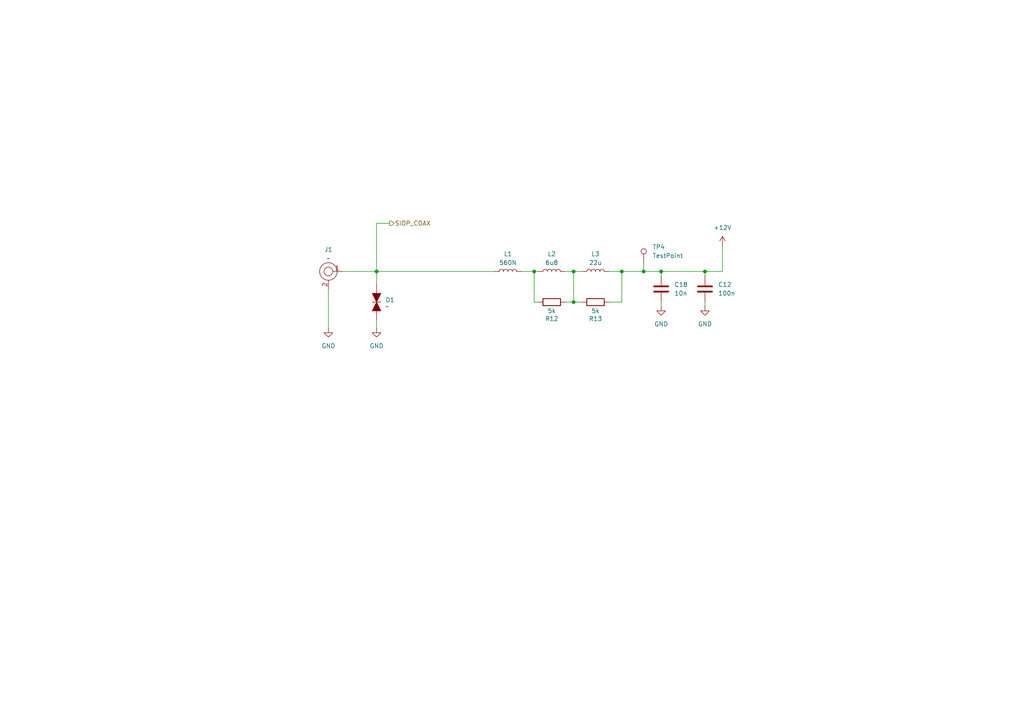
<source format=kicad_sch>
(kicad_sch (version 20231120) (generator "eeschema") (generator_version "8.0")
  (paper "A4")
  (lib_symbols
    (symbol "CameraServer_Symbols:7-2287906-0"
      (property "Reference" "J" (at 0 3.81 0))
      (symbol "7-2287906-0_0_1"
        (circle (center 0 0) (radius 1.27))
        (circle (center 0 0) (radius 2.54))
      )
      (symbol "7-2287906-0_1_1"
        (pin bidirectional line (at 3.81 0 180) (length 2.54) (name "") (number "1"))
        (pin bidirectional line (at 0 -5.08 90) (length 2.54) (name "") (number "2"))
      )
    )
    (symbol "CameraServer_Symbols:PESD0402-240" (pin_numbers hide) (pin_names hide)
      (property "Reference" "D" (at 0 2.286 0))
      (symbol "PESD0402-240_1_1"
        (polyline (pts (xy 0 1.016) (xy -0.254 1.016)))
        (polyline (pts (xy 0 1.016) (xy 0 -1.016) (xy 0.254 -1.016)))
        (polyline (pts (xy -2.54 1.27) (xy -2.54 -1.27) (xy 0 0) (xy -2.54 1.27)) (fill (type outline)))
        (polyline (pts (xy 2.54 -1.27) (xy 2.54 1.27) (xy 0 0) (xy 2.54 -1.27)) (fill (type outline)))
        (pin passive line (at -5.08 0 0) (length 2.54) (name "") (number "1"))
        (pin passive line (at 5.08 0 180) (length 2.54) (name "") (number "2"))
      )
    )
    (symbol "Connector:TestPoint" (pin_numbers hide) (pin_names (offset 0.762) hide)
      (property "Reference" "TP" (at 0 6.858 0))
      (property "Value" "TestPoint" (at 0 5.08 0))
      (symbol "TestPoint_0_1"
        (circle (center 0 3.302) (radius 0.762))
      )
      (symbol "TestPoint_1_1"
        (pin passive line (at 0 0 90) (length 2.54) (name "1") (number "1"))
      )
    )
    (symbol "Device:C" (pin_numbers hide) (pin_names (offset 0.254))
      (property "Reference" "C" (at 0.635 2.54 0))
      (property "Value" "C" (at 0.635 -2.54 0))
      (symbol "C_0_1"
        (polyline (pts (xy -2.032 -0.762) (xy 2.032 -0.762)) (stroke (width 0.508)))
        (polyline (pts (xy -2.032 0.762) (xy 2.032 0.762)) (stroke (width 0.508)))
      )
      (symbol "C_1_1"
        (pin passive line (at 0 3.81 270) (length 2.794) (name "~") (number "1"))
        (pin passive line (at 0 -3.81 90) (length 2.794) (name "~") (number "2"))
      )
    )
    (symbol "Device:L" (pin_numbers hide) (pin_names (offset 1.016) hide)
      (property "Reference" "L" (at -1.27 0 90))
      (property "Value" "L" (at 1.905 0 90))
      (symbol "L_0_1"
        (arc (start 0 -2.54) (mid 0.6323 -1.905) (end 0 -1.27))
        (arc (start 0 -1.27) (mid 0.6323 -0.635) (end 0 0))
        (arc (start 0 0) (mid 0.6323 0.635) (end 0 1.27))
        (arc (start 0 1.27) (mid 0.6323 1.905) (end 0 2.54))
      )
      (symbol "L_1_1"
        (pin passive line (at 0 3.81 270) (length 1.27) (name "1") (number "1"))
        (pin passive line (at 0 -3.81 90) (length 1.27) (name "2") (number "2"))
      )
    )
    (symbol "Device:R" (pin_numbers hide) (pin_names (offset 0))
      (property "Reference" "R" (at 2.032 0 90))
      (property "Value" "R" (at 0 0 90))
      (symbol "R_0_1"
        (rectangle (start -1.016 -2.54) (end 1.016 2.54) (stroke (width 0.254)))
      )
      (symbol "R_1_1"
        (pin passive line (at 0 3.81 270) (length 1.27) (name "~") (number "1"))
        (pin passive line (at 0 -3.81 90) (length 1.27) (name "~") (number "2"))
      )
    )
    (symbol "power:+12V" (power) (pin_numbers hide) (pin_names (offset 0) hide)
      (property "Value" "+12V" (at 0 3.556 0))
      (symbol "+12V_0_1"
        (polyline (pts (xy -0.762 1.27) (xy 0 2.54)))
        (polyline (pts (xy 0 0) (xy 0 2.54)))
        (polyline (pts (xy 0 2.54) (xy 0.762 1.27)))
      )
      (symbol "+12V_1_1"
        (pin power_in line (at 0 0 90) (length 0) (name "~") (number "1"))
      )
    )
    (symbol "power:GND" (power) (pin_numbers hide) (pin_names (offset 0) hide)
      (property "Value" "GND" (at 0 -3.81 0))
      (symbol "GND_0_1"
        (polyline (pts (xy 0 0) (xy 0 -1.27) (xy 1.27 -1.27) (xy 0 -2.54) (xy -1.27 -1.27) (xy 0 -1.27)))
      )
      (symbol "GND_1_1"
        (pin power_in line (at 0 0 270) (length 0) (name "~") (number "1"))
      )
    )
  )
  (junction (at 166.37 87.63))
  (junction (at 186.69 78.74))
  (junction (at 154.94 78.74))
  (junction (at 109.22 78.74))
  (junction (at 204.47 78.74))
  (junction (at 166.37 78.74))
  (junction (at 180.34 78.74))
  (junction (at 191.77 78.74))
  (wire (pts (xy 154.94 78.74) (xy 156.21 78.74)))
  (wire (pts (xy 99.06 78.74) (xy 109.22 78.74)))
  (wire (pts (xy 109.22 78.74) (xy 143.51 78.74)))
  (wire (pts (xy 166.37 78.74) (xy 168.91 78.74)))
  (wire (pts (xy 186.69 76.2) (xy 186.69 78.74)))
  (wire (pts (xy 166.37 87.63) (xy 168.91 87.63)))
  (wire (pts (xy 163.83 78.74) (xy 166.37 78.74)))
  (wire (pts (xy 154.94 78.74) (xy 154.94 87.63)))
  (wire (pts (xy 204.47 87.63) (xy 204.47 88.9)))
  (wire (pts (xy 109.22 64.77) (xy 109.22 78.74)))
  (wire (pts (xy 180.34 78.74) (xy 186.69 78.74)))
  (wire (pts (xy 109.22 78.74) (xy 109.22 82.55)))
  (wire (pts (xy 204.47 80.01) (xy 204.47 78.74)))
  (wire (pts (xy 209.55 71.12) (xy 209.55 78.74)))
  (wire (pts (xy 191.77 80.01) (xy 191.77 78.74)))
  (wire (pts (xy 180.34 78.74) (xy 176.53 78.74)))
  (wire (pts (xy 191.77 78.74) (xy 204.47 78.74)))
  (wire (pts (xy 176.53 87.63) (xy 180.34 87.63)))
  (wire (pts (xy 204.47 78.74) (xy 209.55 78.74)))
  (wire (pts (xy 180.34 87.63) (xy 180.34 78.74)))
  (wire (pts (xy 156.21 87.63) (xy 154.94 87.63)))
  (wire (pts (xy 191.77 87.63) (xy 191.77 88.9)))
  (wire (pts (xy 151.13 78.74) (xy 154.94 78.74)))
  (wire (pts (xy 163.83 87.63) (xy 166.37 87.63)))
  (wire (pts (xy 166.37 78.74) (xy 166.37 87.63)))
  (wire (pts (xy 95.25 83.82) (xy 95.25 95.25)))
  (wire (pts (xy 113.03 64.77) (xy 109.22 64.77)))
  (wire (pts (xy 186.69 78.74) (xy 191.77 78.74)))
  (wire (pts (xy 109.22 92.71) (xy 109.22 95.25)))
  (hierarchical_label "SIOP_COAX" (shape output) (at 113.03 64.77 0))
  (symbol (lib_id "power:GND") (at 204.47 88.9 0) (unit 1)
    (property "Reference" "#PWR018" (effects (hide yes)))
    (property "Value" "GND" (at 204.47 93.98 0))
    (property "Description" "Power symbol creates a global label with name \"GND\" , ground" (effects (hide yes)))
  )
  (symbol (lib_id "Device:R") (at 160.02 87.63 270) (unit 1)
    (property "Reference" "R12" (at 160.02 92.456 90))
    (property "Value" "5k" (at 160.02 90.17 90))
    (property "Description" "Resistor" (effects (hide yes)))
  )
  (symbol (lib_id "power:GND") (at 95.25 95.25 0) (unit 1)
    (property "Reference" "#PWR016" (effects (hide yes)))
    (property "Value" "GND" (at 95.25 100.33 0))
    (property "Description" "Power symbol creates a global label with name \"GND\" , ground" (effects (hide yes)))
  )
  (symbol (lib_id "power:+12V") (at 209.55 71.12 0) (unit 1)
    (property "Reference" "#PWR020" (effects (hide yes)))
    (property "Value" "+12V" (at 209.55 66.04 0))
    (property "Description" "Power symbol creates a global label with name \"+12V\"" (effects (hide yes)))
  )
  (symbol (lib_id "Device:L") (at 147.32 78.74 90) (unit 1)
    (property "Reference" "L1" (at 147.32 73.66 90))
    (property "Value" "560N" (at 147.32 76.2 90))
    (property "Description" "Inductor" (effects (hide yes)))
  )
  (symbol (lib_id "Connector:TestPoint") (at 186.69 76.2 0) (unit 1)
    (property "Reference" "TP4" (at 189.23 71.6279 0) (effects (justify left)))
    (property "Value" "TestPoint" (at 189.23 74.1679 0) (effects (justify left)))
    (property "Description" "test point" (effects (hide yes)))
  )
  (symbol (lib_id "Device:C") (at 204.47 83.82 0) (unit 1)
    (property "Reference" "C12" (at 208.28 82.5499 0) (effects (justify left)))
    (property "Value" "100n" (at 208.28 85.0899 0) (effects (justify left)))
    (property "Description" "Unpolarized capacitor" (effects (hide yes)))
  )
  (symbol (lib_id "Device:L") (at 160.02 78.74 90) (unit 1)
    (property "Reference" "L2" (at 160.02 73.66 90))
    (property "Value" "6u8" (at 160.02 76.2 90))
    (property "Description" "Inductor" (effects (hide yes)))
  )
  (symbol (lib_id "Device:C") (at 191.77 83.82 0) (unit 1)
    (property "Reference" "C18" (at 195.58 82.5499 0) (effects (justify left)))
    (property "Value" "10n" (at 195.58 85.0899 0) (effects (justify left)))
    (property "Description" "Unpolarized capacitor" (effects (hide yes)))
  )
  (symbol (lib_id "Device:L") (at 172.72 78.74 90) (unit 1)
    (property "Reference" "L3" (at 172.72 73.66 90))
    (property "Value" "22u" (at 172.72 76.2 90))
    (property "Description" "Inductor" (effects (hide yes)))
  )
  (symbol (lib_id "power:GND") (at 191.77 88.9 0) (unit 1)
    (property "Reference" "#PWR019" (effects (hide yes)))
    (property "Value" "GND" (at 191.77 93.98 0))
    (property "Description" "Power symbol creates a global label with name \"GND\" , ground" (effects (hide yes)))
  )
  (symbol (lib_id "power:GND") (at 109.22 95.25 0) (unit 1)
    (property "Reference" "#PWR021" (effects (hide yes)))
    (property "Value" "GND" (at 109.22 100.33 0))
    (property "Description" "Power symbol creates a global label with name \"GND\" , ground" (effects (hide yes)))
  )
  (symbol (lib_id "CameraServer_Symbols:7-2287906-0") (at 95.25 78.74 0) (unit 1)
    (property "Reference" "J1" (at 95.25 72.39 0))
    (property "Value" "~" (at 95.25 74.93 0))
    (property "Datasheet" "https://www.digikey.com/en/products/detail/te-connectivity-amp-connectors/7-2287906-0/10467858" (effects (hide yes)))
  )
  (symbol (lib_id "CameraServer_Symbols:PESD0402-240") (at 109.22 87.63 90) (unit 1)
    (property "Reference" "D1" (at 111.76 86.9949 90) (effects (justify right)))
    (property "Value" "~" (at 111.76 88.9 90) (effects (justify right)))
    (property "Footprint" "Diode_SMD:D_0402_1005Metric" (effects (hide yes)))
    (property "Datasheet" "https://www.littelfuse.com/assetdocs/littelfuse-polymer-esd-suppressor-pesd-catalog-datasheet?assetguid=5186ff3a-844f-4b9e-926a-f506c7d3d551" (effects (hide yes)))
  )
  (symbol (lib_id "Device:R") (at 172.72 87.63 270) (unit 1)
    (property "Reference" "R13" (at 172.72 92.456 90))
    (property "Value" "5k" (at 172.72 90.17 90))
    (property "Description" "Resistor" (effects (hide yes)))
  )
)
</source>
